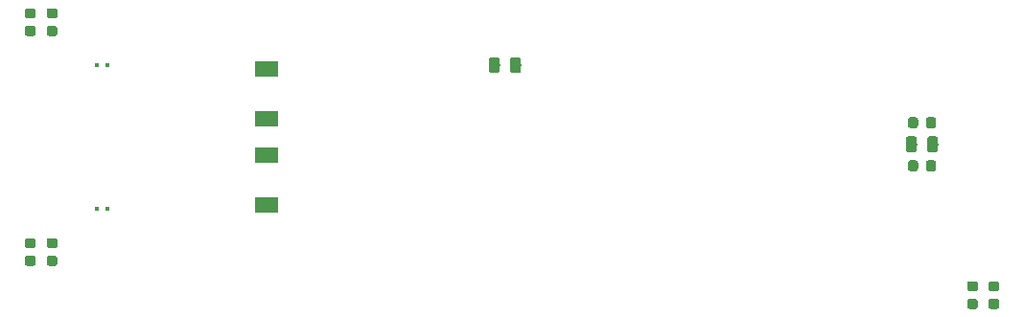
<source format=gbr>
G04 #@! TF.GenerationSoftware,KiCad,Pcbnew,5.0.2-bee76a0~70~ubuntu18.04.1*
G04 #@! TF.CreationDate,2019-06-19T23:07:38-07:00*
G04 #@! TF.ProjectId,aa-power,61612d70-6f77-4657-922e-6b696361645f,rev?*
G04 #@! TF.SameCoordinates,Original*
G04 #@! TF.FileFunction,Paste,Top*
G04 #@! TF.FilePolarity,Positive*
%FSLAX46Y46*%
G04 Gerber Fmt 4.6, Leading zero omitted, Abs format (unit mm)*
G04 Created by KiCad (PCBNEW 5.0.2-bee76a0~70~ubuntu18.04.1) date Wed 19 Jun 2019 11:07:38 PM PDT*
%MOMM*%
%LPD*%
G01*
G04 APERTURE LIST*
%ADD10C,0.100000*%
%ADD11C,0.975000*%
%ADD12C,0.875000*%
%ADD13R,2.100000X1.400000*%
%ADD14R,0.300000X0.400000*%
G04 APERTURE END LIST*
D10*
G04 #@! TO.C,C4*
G36*
X186625142Y-100266174D02*
X186648803Y-100269684D01*
X186672007Y-100275496D01*
X186694529Y-100283554D01*
X186716153Y-100293782D01*
X186736670Y-100306079D01*
X186755883Y-100320329D01*
X186773607Y-100336393D01*
X186789671Y-100354117D01*
X186803921Y-100373330D01*
X186816218Y-100393847D01*
X186826446Y-100415471D01*
X186834504Y-100437993D01*
X186840316Y-100461197D01*
X186843826Y-100484858D01*
X186845000Y-100508750D01*
X186845000Y-101421250D01*
X186843826Y-101445142D01*
X186840316Y-101468803D01*
X186834504Y-101492007D01*
X186826446Y-101514529D01*
X186816218Y-101536153D01*
X186803921Y-101556670D01*
X186789671Y-101575883D01*
X186773607Y-101593607D01*
X186755883Y-101609671D01*
X186736670Y-101623921D01*
X186716153Y-101636218D01*
X186694529Y-101646446D01*
X186672007Y-101654504D01*
X186648803Y-101660316D01*
X186625142Y-101663826D01*
X186601250Y-101665000D01*
X186113750Y-101665000D01*
X186089858Y-101663826D01*
X186066197Y-101660316D01*
X186042993Y-101654504D01*
X186020471Y-101646446D01*
X185998847Y-101636218D01*
X185978330Y-101623921D01*
X185959117Y-101609671D01*
X185941393Y-101593607D01*
X185925329Y-101575883D01*
X185911079Y-101556670D01*
X185898782Y-101536153D01*
X185888554Y-101514529D01*
X185880496Y-101492007D01*
X185874684Y-101468803D01*
X185871174Y-101445142D01*
X185870000Y-101421250D01*
X185870000Y-100508750D01*
X185871174Y-100484858D01*
X185874684Y-100461197D01*
X185880496Y-100437993D01*
X185888554Y-100415471D01*
X185898782Y-100393847D01*
X185911079Y-100373330D01*
X185925329Y-100354117D01*
X185941393Y-100336393D01*
X185959117Y-100320329D01*
X185978330Y-100306079D01*
X185998847Y-100293782D01*
X186020471Y-100283554D01*
X186042993Y-100275496D01*
X186066197Y-100269684D01*
X186089858Y-100266174D01*
X186113750Y-100265000D01*
X186601250Y-100265000D01*
X186625142Y-100266174D01*
X186625142Y-100266174D01*
G37*
D11*
X186357500Y-100965000D03*
D10*
G36*
X184750142Y-100266174D02*
X184773803Y-100269684D01*
X184797007Y-100275496D01*
X184819529Y-100283554D01*
X184841153Y-100293782D01*
X184861670Y-100306079D01*
X184880883Y-100320329D01*
X184898607Y-100336393D01*
X184914671Y-100354117D01*
X184928921Y-100373330D01*
X184941218Y-100393847D01*
X184951446Y-100415471D01*
X184959504Y-100437993D01*
X184965316Y-100461197D01*
X184968826Y-100484858D01*
X184970000Y-100508750D01*
X184970000Y-101421250D01*
X184968826Y-101445142D01*
X184965316Y-101468803D01*
X184959504Y-101492007D01*
X184951446Y-101514529D01*
X184941218Y-101536153D01*
X184928921Y-101556670D01*
X184914671Y-101575883D01*
X184898607Y-101593607D01*
X184880883Y-101609671D01*
X184861670Y-101623921D01*
X184841153Y-101636218D01*
X184819529Y-101646446D01*
X184797007Y-101654504D01*
X184773803Y-101660316D01*
X184750142Y-101663826D01*
X184726250Y-101665000D01*
X184238750Y-101665000D01*
X184214858Y-101663826D01*
X184191197Y-101660316D01*
X184167993Y-101654504D01*
X184145471Y-101646446D01*
X184123847Y-101636218D01*
X184103330Y-101623921D01*
X184084117Y-101609671D01*
X184066393Y-101593607D01*
X184050329Y-101575883D01*
X184036079Y-101556670D01*
X184023782Y-101536153D01*
X184013554Y-101514529D01*
X184005496Y-101492007D01*
X183999684Y-101468803D01*
X183996174Y-101445142D01*
X183995000Y-101421250D01*
X183995000Y-100508750D01*
X183996174Y-100484858D01*
X183999684Y-100461197D01*
X184005496Y-100437993D01*
X184013554Y-100415471D01*
X184023782Y-100393847D01*
X184036079Y-100373330D01*
X184050329Y-100354117D01*
X184066393Y-100336393D01*
X184084117Y-100320329D01*
X184103330Y-100306079D01*
X184123847Y-100293782D01*
X184145471Y-100283554D01*
X184167993Y-100275496D01*
X184191197Y-100269684D01*
X184214858Y-100266174D01*
X184238750Y-100265000D01*
X184726250Y-100265000D01*
X184750142Y-100266174D01*
X184750142Y-100266174D01*
G37*
D11*
X184482500Y-100965000D03*
G04 #@! TD*
D10*
G04 #@! TO.C,C3*
G36*
X149795142Y-93281174D02*
X149818803Y-93284684D01*
X149842007Y-93290496D01*
X149864529Y-93298554D01*
X149886153Y-93308782D01*
X149906670Y-93321079D01*
X149925883Y-93335329D01*
X149943607Y-93351393D01*
X149959671Y-93369117D01*
X149973921Y-93388330D01*
X149986218Y-93408847D01*
X149996446Y-93430471D01*
X150004504Y-93452993D01*
X150010316Y-93476197D01*
X150013826Y-93499858D01*
X150015000Y-93523750D01*
X150015000Y-94436250D01*
X150013826Y-94460142D01*
X150010316Y-94483803D01*
X150004504Y-94507007D01*
X149996446Y-94529529D01*
X149986218Y-94551153D01*
X149973921Y-94571670D01*
X149959671Y-94590883D01*
X149943607Y-94608607D01*
X149925883Y-94624671D01*
X149906670Y-94638921D01*
X149886153Y-94651218D01*
X149864529Y-94661446D01*
X149842007Y-94669504D01*
X149818803Y-94675316D01*
X149795142Y-94678826D01*
X149771250Y-94680000D01*
X149283750Y-94680000D01*
X149259858Y-94678826D01*
X149236197Y-94675316D01*
X149212993Y-94669504D01*
X149190471Y-94661446D01*
X149168847Y-94651218D01*
X149148330Y-94638921D01*
X149129117Y-94624671D01*
X149111393Y-94608607D01*
X149095329Y-94590883D01*
X149081079Y-94571670D01*
X149068782Y-94551153D01*
X149058554Y-94529529D01*
X149050496Y-94507007D01*
X149044684Y-94483803D01*
X149041174Y-94460142D01*
X149040000Y-94436250D01*
X149040000Y-93523750D01*
X149041174Y-93499858D01*
X149044684Y-93476197D01*
X149050496Y-93452993D01*
X149058554Y-93430471D01*
X149068782Y-93408847D01*
X149081079Y-93388330D01*
X149095329Y-93369117D01*
X149111393Y-93351393D01*
X149129117Y-93335329D01*
X149148330Y-93321079D01*
X149168847Y-93308782D01*
X149190471Y-93298554D01*
X149212993Y-93290496D01*
X149236197Y-93284684D01*
X149259858Y-93281174D01*
X149283750Y-93280000D01*
X149771250Y-93280000D01*
X149795142Y-93281174D01*
X149795142Y-93281174D01*
G37*
D11*
X149527500Y-93980000D03*
D10*
G36*
X147920142Y-93281174D02*
X147943803Y-93284684D01*
X147967007Y-93290496D01*
X147989529Y-93298554D01*
X148011153Y-93308782D01*
X148031670Y-93321079D01*
X148050883Y-93335329D01*
X148068607Y-93351393D01*
X148084671Y-93369117D01*
X148098921Y-93388330D01*
X148111218Y-93408847D01*
X148121446Y-93430471D01*
X148129504Y-93452993D01*
X148135316Y-93476197D01*
X148138826Y-93499858D01*
X148140000Y-93523750D01*
X148140000Y-94436250D01*
X148138826Y-94460142D01*
X148135316Y-94483803D01*
X148129504Y-94507007D01*
X148121446Y-94529529D01*
X148111218Y-94551153D01*
X148098921Y-94571670D01*
X148084671Y-94590883D01*
X148068607Y-94608607D01*
X148050883Y-94624671D01*
X148031670Y-94638921D01*
X148011153Y-94651218D01*
X147989529Y-94661446D01*
X147967007Y-94669504D01*
X147943803Y-94675316D01*
X147920142Y-94678826D01*
X147896250Y-94680000D01*
X147408750Y-94680000D01*
X147384858Y-94678826D01*
X147361197Y-94675316D01*
X147337993Y-94669504D01*
X147315471Y-94661446D01*
X147293847Y-94651218D01*
X147273330Y-94638921D01*
X147254117Y-94624671D01*
X147236393Y-94608607D01*
X147220329Y-94590883D01*
X147206079Y-94571670D01*
X147193782Y-94551153D01*
X147183554Y-94529529D01*
X147175496Y-94507007D01*
X147169684Y-94483803D01*
X147166174Y-94460142D01*
X147165000Y-94436250D01*
X147165000Y-93523750D01*
X147166174Y-93499858D01*
X147169684Y-93476197D01*
X147175496Y-93452993D01*
X147183554Y-93430471D01*
X147193782Y-93408847D01*
X147206079Y-93388330D01*
X147220329Y-93369117D01*
X147236393Y-93351393D01*
X147254117Y-93335329D01*
X147273330Y-93321079D01*
X147293847Y-93308782D01*
X147315471Y-93298554D01*
X147337993Y-93290496D01*
X147361197Y-93284684D01*
X147384858Y-93281174D01*
X147408750Y-93280000D01*
X147896250Y-93280000D01*
X147920142Y-93281174D01*
X147920142Y-93281174D01*
G37*
D11*
X147652500Y-93980000D03*
G04 #@! TD*
D10*
G04 #@! TO.C,D3*
G36*
X106957691Y-88946053D02*
X106978926Y-88949203D01*
X106999750Y-88954419D01*
X107019962Y-88961651D01*
X107039368Y-88970830D01*
X107057781Y-88981866D01*
X107075024Y-88994654D01*
X107090930Y-89009070D01*
X107105346Y-89024976D01*
X107118134Y-89042219D01*
X107129170Y-89060632D01*
X107138349Y-89080038D01*
X107145581Y-89100250D01*
X107150797Y-89121074D01*
X107153947Y-89142309D01*
X107155000Y-89163750D01*
X107155000Y-89601250D01*
X107153947Y-89622691D01*
X107150797Y-89643926D01*
X107145581Y-89664750D01*
X107138349Y-89684962D01*
X107129170Y-89704368D01*
X107118134Y-89722781D01*
X107105346Y-89740024D01*
X107090930Y-89755930D01*
X107075024Y-89770346D01*
X107057781Y-89783134D01*
X107039368Y-89794170D01*
X107019962Y-89803349D01*
X106999750Y-89810581D01*
X106978926Y-89815797D01*
X106957691Y-89818947D01*
X106936250Y-89820000D01*
X106423750Y-89820000D01*
X106402309Y-89818947D01*
X106381074Y-89815797D01*
X106360250Y-89810581D01*
X106340038Y-89803349D01*
X106320632Y-89794170D01*
X106302219Y-89783134D01*
X106284976Y-89770346D01*
X106269070Y-89755930D01*
X106254654Y-89740024D01*
X106241866Y-89722781D01*
X106230830Y-89704368D01*
X106221651Y-89684962D01*
X106214419Y-89664750D01*
X106209203Y-89643926D01*
X106206053Y-89622691D01*
X106205000Y-89601250D01*
X106205000Y-89163750D01*
X106206053Y-89142309D01*
X106209203Y-89121074D01*
X106214419Y-89100250D01*
X106221651Y-89080038D01*
X106230830Y-89060632D01*
X106241866Y-89042219D01*
X106254654Y-89024976D01*
X106269070Y-89009070D01*
X106284976Y-88994654D01*
X106302219Y-88981866D01*
X106320632Y-88970830D01*
X106340038Y-88961651D01*
X106360250Y-88954419D01*
X106381074Y-88949203D01*
X106402309Y-88946053D01*
X106423750Y-88945000D01*
X106936250Y-88945000D01*
X106957691Y-88946053D01*
X106957691Y-88946053D01*
G37*
D12*
X106680000Y-89382500D03*
D10*
G36*
X106957691Y-90521053D02*
X106978926Y-90524203D01*
X106999750Y-90529419D01*
X107019962Y-90536651D01*
X107039368Y-90545830D01*
X107057781Y-90556866D01*
X107075024Y-90569654D01*
X107090930Y-90584070D01*
X107105346Y-90599976D01*
X107118134Y-90617219D01*
X107129170Y-90635632D01*
X107138349Y-90655038D01*
X107145581Y-90675250D01*
X107150797Y-90696074D01*
X107153947Y-90717309D01*
X107155000Y-90738750D01*
X107155000Y-91176250D01*
X107153947Y-91197691D01*
X107150797Y-91218926D01*
X107145581Y-91239750D01*
X107138349Y-91259962D01*
X107129170Y-91279368D01*
X107118134Y-91297781D01*
X107105346Y-91315024D01*
X107090930Y-91330930D01*
X107075024Y-91345346D01*
X107057781Y-91358134D01*
X107039368Y-91369170D01*
X107019962Y-91378349D01*
X106999750Y-91385581D01*
X106978926Y-91390797D01*
X106957691Y-91393947D01*
X106936250Y-91395000D01*
X106423750Y-91395000D01*
X106402309Y-91393947D01*
X106381074Y-91390797D01*
X106360250Y-91385581D01*
X106340038Y-91378349D01*
X106320632Y-91369170D01*
X106302219Y-91358134D01*
X106284976Y-91345346D01*
X106269070Y-91330930D01*
X106254654Y-91315024D01*
X106241866Y-91297781D01*
X106230830Y-91279368D01*
X106221651Y-91259962D01*
X106214419Y-91239750D01*
X106209203Y-91218926D01*
X106206053Y-91197691D01*
X106205000Y-91176250D01*
X106205000Y-90738750D01*
X106206053Y-90717309D01*
X106209203Y-90696074D01*
X106214419Y-90675250D01*
X106221651Y-90655038D01*
X106230830Y-90635632D01*
X106241866Y-90617219D01*
X106254654Y-90599976D01*
X106269070Y-90584070D01*
X106284976Y-90569654D01*
X106302219Y-90556866D01*
X106320632Y-90545830D01*
X106340038Y-90536651D01*
X106360250Y-90529419D01*
X106381074Y-90524203D01*
X106402309Y-90521053D01*
X106423750Y-90520000D01*
X106936250Y-90520000D01*
X106957691Y-90521053D01*
X106957691Y-90521053D01*
G37*
D12*
X106680000Y-90957500D03*
G04 #@! TD*
D10*
G04 #@! TO.C,D4*
G36*
X106957691Y-109266053D02*
X106978926Y-109269203D01*
X106999750Y-109274419D01*
X107019962Y-109281651D01*
X107039368Y-109290830D01*
X107057781Y-109301866D01*
X107075024Y-109314654D01*
X107090930Y-109329070D01*
X107105346Y-109344976D01*
X107118134Y-109362219D01*
X107129170Y-109380632D01*
X107138349Y-109400038D01*
X107145581Y-109420250D01*
X107150797Y-109441074D01*
X107153947Y-109462309D01*
X107155000Y-109483750D01*
X107155000Y-109921250D01*
X107153947Y-109942691D01*
X107150797Y-109963926D01*
X107145581Y-109984750D01*
X107138349Y-110004962D01*
X107129170Y-110024368D01*
X107118134Y-110042781D01*
X107105346Y-110060024D01*
X107090930Y-110075930D01*
X107075024Y-110090346D01*
X107057781Y-110103134D01*
X107039368Y-110114170D01*
X107019962Y-110123349D01*
X106999750Y-110130581D01*
X106978926Y-110135797D01*
X106957691Y-110138947D01*
X106936250Y-110140000D01*
X106423750Y-110140000D01*
X106402309Y-110138947D01*
X106381074Y-110135797D01*
X106360250Y-110130581D01*
X106340038Y-110123349D01*
X106320632Y-110114170D01*
X106302219Y-110103134D01*
X106284976Y-110090346D01*
X106269070Y-110075930D01*
X106254654Y-110060024D01*
X106241866Y-110042781D01*
X106230830Y-110024368D01*
X106221651Y-110004962D01*
X106214419Y-109984750D01*
X106209203Y-109963926D01*
X106206053Y-109942691D01*
X106205000Y-109921250D01*
X106205000Y-109483750D01*
X106206053Y-109462309D01*
X106209203Y-109441074D01*
X106214419Y-109420250D01*
X106221651Y-109400038D01*
X106230830Y-109380632D01*
X106241866Y-109362219D01*
X106254654Y-109344976D01*
X106269070Y-109329070D01*
X106284976Y-109314654D01*
X106302219Y-109301866D01*
X106320632Y-109290830D01*
X106340038Y-109281651D01*
X106360250Y-109274419D01*
X106381074Y-109269203D01*
X106402309Y-109266053D01*
X106423750Y-109265000D01*
X106936250Y-109265000D01*
X106957691Y-109266053D01*
X106957691Y-109266053D01*
G37*
D12*
X106680000Y-109702500D03*
D10*
G36*
X106957691Y-110841053D02*
X106978926Y-110844203D01*
X106999750Y-110849419D01*
X107019962Y-110856651D01*
X107039368Y-110865830D01*
X107057781Y-110876866D01*
X107075024Y-110889654D01*
X107090930Y-110904070D01*
X107105346Y-110919976D01*
X107118134Y-110937219D01*
X107129170Y-110955632D01*
X107138349Y-110975038D01*
X107145581Y-110995250D01*
X107150797Y-111016074D01*
X107153947Y-111037309D01*
X107155000Y-111058750D01*
X107155000Y-111496250D01*
X107153947Y-111517691D01*
X107150797Y-111538926D01*
X107145581Y-111559750D01*
X107138349Y-111579962D01*
X107129170Y-111599368D01*
X107118134Y-111617781D01*
X107105346Y-111635024D01*
X107090930Y-111650930D01*
X107075024Y-111665346D01*
X107057781Y-111678134D01*
X107039368Y-111689170D01*
X107019962Y-111698349D01*
X106999750Y-111705581D01*
X106978926Y-111710797D01*
X106957691Y-111713947D01*
X106936250Y-111715000D01*
X106423750Y-111715000D01*
X106402309Y-111713947D01*
X106381074Y-111710797D01*
X106360250Y-111705581D01*
X106340038Y-111698349D01*
X106320632Y-111689170D01*
X106302219Y-111678134D01*
X106284976Y-111665346D01*
X106269070Y-111650930D01*
X106254654Y-111635024D01*
X106241866Y-111617781D01*
X106230830Y-111599368D01*
X106221651Y-111579962D01*
X106214419Y-111559750D01*
X106209203Y-111538926D01*
X106206053Y-111517691D01*
X106205000Y-111496250D01*
X106205000Y-111058750D01*
X106206053Y-111037309D01*
X106209203Y-111016074D01*
X106214419Y-110995250D01*
X106221651Y-110975038D01*
X106230830Y-110955632D01*
X106241866Y-110937219D01*
X106254654Y-110919976D01*
X106269070Y-110904070D01*
X106284976Y-110889654D01*
X106302219Y-110876866D01*
X106320632Y-110865830D01*
X106340038Y-110856651D01*
X106360250Y-110849419D01*
X106381074Y-110844203D01*
X106402309Y-110841053D01*
X106423750Y-110840000D01*
X106936250Y-110840000D01*
X106957691Y-110841053D01*
X106957691Y-110841053D01*
G37*
D12*
X106680000Y-111277500D03*
G04 #@! TD*
D10*
G04 #@! TO.C,D7*
G36*
X192047691Y-113076053D02*
X192068926Y-113079203D01*
X192089750Y-113084419D01*
X192109962Y-113091651D01*
X192129368Y-113100830D01*
X192147781Y-113111866D01*
X192165024Y-113124654D01*
X192180930Y-113139070D01*
X192195346Y-113154976D01*
X192208134Y-113172219D01*
X192219170Y-113190632D01*
X192228349Y-113210038D01*
X192235581Y-113230250D01*
X192240797Y-113251074D01*
X192243947Y-113272309D01*
X192245000Y-113293750D01*
X192245000Y-113731250D01*
X192243947Y-113752691D01*
X192240797Y-113773926D01*
X192235581Y-113794750D01*
X192228349Y-113814962D01*
X192219170Y-113834368D01*
X192208134Y-113852781D01*
X192195346Y-113870024D01*
X192180930Y-113885930D01*
X192165024Y-113900346D01*
X192147781Y-113913134D01*
X192129368Y-113924170D01*
X192109962Y-113933349D01*
X192089750Y-113940581D01*
X192068926Y-113945797D01*
X192047691Y-113948947D01*
X192026250Y-113950000D01*
X191513750Y-113950000D01*
X191492309Y-113948947D01*
X191471074Y-113945797D01*
X191450250Y-113940581D01*
X191430038Y-113933349D01*
X191410632Y-113924170D01*
X191392219Y-113913134D01*
X191374976Y-113900346D01*
X191359070Y-113885930D01*
X191344654Y-113870024D01*
X191331866Y-113852781D01*
X191320830Y-113834368D01*
X191311651Y-113814962D01*
X191304419Y-113794750D01*
X191299203Y-113773926D01*
X191296053Y-113752691D01*
X191295000Y-113731250D01*
X191295000Y-113293750D01*
X191296053Y-113272309D01*
X191299203Y-113251074D01*
X191304419Y-113230250D01*
X191311651Y-113210038D01*
X191320830Y-113190632D01*
X191331866Y-113172219D01*
X191344654Y-113154976D01*
X191359070Y-113139070D01*
X191374976Y-113124654D01*
X191392219Y-113111866D01*
X191410632Y-113100830D01*
X191430038Y-113091651D01*
X191450250Y-113084419D01*
X191471074Y-113079203D01*
X191492309Y-113076053D01*
X191513750Y-113075000D01*
X192026250Y-113075000D01*
X192047691Y-113076053D01*
X192047691Y-113076053D01*
G37*
D12*
X191770000Y-113512500D03*
D10*
G36*
X192047691Y-114651053D02*
X192068926Y-114654203D01*
X192089750Y-114659419D01*
X192109962Y-114666651D01*
X192129368Y-114675830D01*
X192147781Y-114686866D01*
X192165024Y-114699654D01*
X192180930Y-114714070D01*
X192195346Y-114729976D01*
X192208134Y-114747219D01*
X192219170Y-114765632D01*
X192228349Y-114785038D01*
X192235581Y-114805250D01*
X192240797Y-114826074D01*
X192243947Y-114847309D01*
X192245000Y-114868750D01*
X192245000Y-115306250D01*
X192243947Y-115327691D01*
X192240797Y-115348926D01*
X192235581Y-115369750D01*
X192228349Y-115389962D01*
X192219170Y-115409368D01*
X192208134Y-115427781D01*
X192195346Y-115445024D01*
X192180930Y-115460930D01*
X192165024Y-115475346D01*
X192147781Y-115488134D01*
X192129368Y-115499170D01*
X192109962Y-115508349D01*
X192089750Y-115515581D01*
X192068926Y-115520797D01*
X192047691Y-115523947D01*
X192026250Y-115525000D01*
X191513750Y-115525000D01*
X191492309Y-115523947D01*
X191471074Y-115520797D01*
X191450250Y-115515581D01*
X191430038Y-115508349D01*
X191410632Y-115499170D01*
X191392219Y-115488134D01*
X191374976Y-115475346D01*
X191359070Y-115460930D01*
X191344654Y-115445024D01*
X191331866Y-115427781D01*
X191320830Y-115409368D01*
X191311651Y-115389962D01*
X191304419Y-115369750D01*
X191299203Y-115348926D01*
X191296053Y-115327691D01*
X191295000Y-115306250D01*
X191295000Y-114868750D01*
X191296053Y-114847309D01*
X191299203Y-114826074D01*
X191304419Y-114805250D01*
X191311651Y-114785038D01*
X191320830Y-114765632D01*
X191331866Y-114747219D01*
X191344654Y-114729976D01*
X191359070Y-114714070D01*
X191374976Y-114699654D01*
X191392219Y-114686866D01*
X191410632Y-114675830D01*
X191430038Y-114666651D01*
X191450250Y-114659419D01*
X191471074Y-114654203D01*
X191492309Y-114651053D01*
X191513750Y-114650000D01*
X192026250Y-114650000D01*
X192047691Y-114651053D01*
X192047691Y-114651053D01*
G37*
D12*
X191770000Y-115087500D03*
G04 #@! TD*
D10*
G04 #@! TO.C,R5*
G36*
X186447691Y-102396053D02*
X186468926Y-102399203D01*
X186489750Y-102404419D01*
X186509962Y-102411651D01*
X186529368Y-102420830D01*
X186547781Y-102431866D01*
X186565024Y-102444654D01*
X186580930Y-102459070D01*
X186595346Y-102474976D01*
X186608134Y-102492219D01*
X186619170Y-102510632D01*
X186628349Y-102530038D01*
X186635581Y-102550250D01*
X186640797Y-102571074D01*
X186643947Y-102592309D01*
X186645000Y-102613750D01*
X186645000Y-103126250D01*
X186643947Y-103147691D01*
X186640797Y-103168926D01*
X186635581Y-103189750D01*
X186628349Y-103209962D01*
X186619170Y-103229368D01*
X186608134Y-103247781D01*
X186595346Y-103265024D01*
X186580930Y-103280930D01*
X186565024Y-103295346D01*
X186547781Y-103308134D01*
X186529368Y-103319170D01*
X186509962Y-103328349D01*
X186489750Y-103335581D01*
X186468926Y-103340797D01*
X186447691Y-103343947D01*
X186426250Y-103345000D01*
X185988750Y-103345000D01*
X185967309Y-103343947D01*
X185946074Y-103340797D01*
X185925250Y-103335581D01*
X185905038Y-103328349D01*
X185885632Y-103319170D01*
X185867219Y-103308134D01*
X185849976Y-103295346D01*
X185834070Y-103280930D01*
X185819654Y-103265024D01*
X185806866Y-103247781D01*
X185795830Y-103229368D01*
X185786651Y-103209962D01*
X185779419Y-103189750D01*
X185774203Y-103168926D01*
X185771053Y-103147691D01*
X185770000Y-103126250D01*
X185770000Y-102613750D01*
X185771053Y-102592309D01*
X185774203Y-102571074D01*
X185779419Y-102550250D01*
X185786651Y-102530038D01*
X185795830Y-102510632D01*
X185806866Y-102492219D01*
X185819654Y-102474976D01*
X185834070Y-102459070D01*
X185849976Y-102444654D01*
X185867219Y-102431866D01*
X185885632Y-102420830D01*
X185905038Y-102411651D01*
X185925250Y-102404419D01*
X185946074Y-102399203D01*
X185967309Y-102396053D01*
X185988750Y-102395000D01*
X186426250Y-102395000D01*
X186447691Y-102396053D01*
X186447691Y-102396053D01*
G37*
D12*
X186207500Y-102870000D03*
D10*
G36*
X184872691Y-102396053D02*
X184893926Y-102399203D01*
X184914750Y-102404419D01*
X184934962Y-102411651D01*
X184954368Y-102420830D01*
X184972781Y-102431866D01*
X184990024Y-102444654D01*
X185005930Y-102459070D01*
X185020346Y-102474976D01*
X185033134Y-102492219D01*
X185044170Y-102510632D01*
X185053349Y-102530038D01*
X185060581Y-102550250D01*
X185065797Y-102571074D01*
X185068947Y-102592309D01*
X185070000Y-102613750D01*
X185070000Y-103126250D01*
X185068947Y-103147691D01*
X185065797Y-103168926D01*
X185060581Y-103189750D01*
X185053349Y-103209962D01*
X185044170Y-103229368D01*
X185033134Y-103247781D01*
X185020346Y-103265024D01*
X185005930Y-103280930D01*
X184990024Y-103295346D01*
X184972781Y-103308134D01*
X184954368Y-103319170D01*
X184934962Y-103328349D01*
X184914750Y-103335581D01*
X184893926Y-103340797D01*
X184872691Y-103343947D01*
X184851250Y-103345000D01*
X184413750Y-103345000D01*
X184392309Y-103343947D01*
X184371074Y-103340797D01*
X184350250Y-103335581D01*
X184330038Y-103328349D01*
X184310632Y-103319170D01*
X184292219Y-103308134D01*
X184274976Y-103295346D01*
X184259070Y-103280930D01*
X184244654Y-103265024D01*
X184231866Y-103247781D01*
X184220830Y-103229368D01*
X184211651Y-103209962D01*
X184204419Y-103189750D01*
X184199203Y-103168926D01*
X184196053Y-103147691D01*
X184195000Y-103126250D01*
X184195000Y-102613750D01*
X184196053Y-102592309D01*
X184199203Y-102571074D01*
X184204419Y-102550250D01*
X184211651Y-102530038D01*
X184220830Y-102510632D01*
X184231866Y-102492219D01*
X184244654Y-102474976D01*
X184259070Y-102459070D01*
X184274976Y-102444654D01*
X184292219Y-102431866D01*
X184310632Y-102420830D01*
X184330038Y-102411651D01*
X184350250Y-102404419D01*
X184371074Y-102399203D01*
X184392309Y-102396053D01*
X184413750Y-102395000D01*
X184851250Y-102395000D01*
X184872691Y-102396053D01*
X184872691Y-102396053D01*
G37*
D12*
X184632500Y-102870000D03*
G04 #@! TD*
D10*
G04 #@! TO.C,R4*
G36*
X186447691Y-98586053D02*
X186468926Y-98589203D01*
X186489750Y-98594419D01*
X186509962Y-98601651D01*
X186529368Y-98610830D01*
X186547781Y-98621866D01*
X186565024Y-98634654D01*
X186580930Y-98649070D01*
X186595346Y-98664976D01*
X186608134Y-98682219D01*
X186619170Y-98700632D01*
X186628349Y-98720038D01*
X186635581Y-98740250D01*
X186640797Y-98761074D01*
X186643947Y-98782309D01*
X186645000Y-98803750D01*
X186645000Y-99316250D01*
X186643947Y-99337691D01*
X186640797Y-99358926D01*
X186635581Y-99379750D01*
X186628349Y-99399962D01*
X186619170Y-99419368D01*
X186608134Y-99437781D01*
X186595346Y-99455024D01*
X186580930Y-99470930D01*
X186565024Y-99485346D01*
X186547781Y-99498134D01*
X186529368Y-99509170D01*
X186509962Y-99518349D01*
X186489750Y-99525581D01*
X186468926Y-99530797D01*
X186447691Y-99533947D01*
X186426250Y-99535000D01*
X185988750Y-99535000D01*
X185967309Y-99533947D01*
X185946074Y-99530797D01*
X185925250Y-99525581D01*
X185905038Y-99518349D01*
X185885632Y-99509170D01*
X185867219Y-99498134D01*
X185849976Y-99485346D01*
X185834070Y-99470930D01*
X185819654Y-99455024D01*
X185806866Y-99437781D01*
X185795830Y-99419368D01*
X185786651Y-99399962D01*
X185779419Y-99379750D01*
X185774203Y-99358926D01*
X185771053Y-99337691D01*
X185770000Y-99316250D01*
X185770000Y-98803750D01*
X185771053Y-98782309D01*
X185774203Y-98761074D01*
X185779419Y-98740250D01*
X185786651Y-98720038D01*
X185795830Y-98700632D01*
X185806866Y-98682219D01*
X185819654Y-98664976D01*
X185834070Y-98649070D01*
X185849976Y-98634654D01*
X185867219Y-98621866D01*
X185885632Y-98610830D01*
X185905038Y-98601651D01*
X185925250Y-98594419D01*
X185946074Y-98589203D01*
X185967309Y-98586053D01*
X185988750Y-98585000D01*
X186426250Y-98585000D01*
X186447691Y-98586053D01*
X186447691Y-98586053D01*
G37*
D12*
X186207500Y-99060000D03*
D10*
G36*
X184872691Y-98586053D02*
X184893926Y-98589203D01*
X184914750Y-98594419D01*
X184934962Y-98601651D01*
X184954368Y-98610830D01*
X184972781Y-98621866D01*
X184990024Y-98634654D01*
X185005930Y-98649070D01*
X185020346Y-98664976D01*
X185033134Y-98682219D01*
X185044170Y-98700632D01*
X185053349Y-98720038D01*
X185060581Y-98740250D01*
X185065797Y-98761074D01*
X185068947Y-98782309D01*
X185070000Y-98803750D01*
X185070000Y-99316250D01*
X185068947Y-99337691D01*
X185065797Y-99358926D01*
X185060581Y-99379750D01*
X185053349Y-99399962D01*
X185044170Y-99419368D01*
X185033134Y-99437781D01*
X185020346Y-99455024D01*
X185005930Y-99470930D01*
X184990024Y-99485346D01*
X184972781Y-99498134D01*
X184954368Y-99509170D01*
X184934962Y-99518349D01*
X184914750Y-99525581D01*
X184893926Y-99530797D01*
X184872691Y-99533947D01*
X184851250Y-99535000D01*
X184413750Y-99535000D01*
X184392309Y-99533947D01*
X184371074Y-99530797D01*
X184350250Y-99525581D01*
X184330038Y-99518349D01*
X184310632Y-99509170D01*
X184292219Y-99498134D01*
X184274976Y-99485346D01*
X184259070Y-99470930D01*
X184244654Y-99455024D01*
X184231866Y-99437781D01*
X184220830Y-99419368D01*
X184211651Y-99399962D01*
X184204419Y-99379750D01*
X184199203Y-99358926D01*
X184196053Y-99337691D01*
X184195000Y-99316250D01*
X184195000Y-98803750D01*
X184196053Y-98782309D01*
X184199203Y-98761074D01*
X184204419Y-98740250D01*
X184211651Y-98720038D01*
X184220830Y-98700632D01*
X184231866Y-98682219D01*
X184244654Y-98664976D01*
X184259070Y-98649070D01*
X184274976Y-98634654D01*
X184292219Y-98621866D01*
X184310632Y-98610830D01*
X184330038Y-98601651D01*
X184350250Y-98594419D01*
X184371074Y-98589203D01*
X184392309Y-98586053D01*
X184413750Y-98585000D01*
X184851250Y-98585000D01*
X184872691Y-98586053D01*
X184872691Y-98586053D01*
G37*
D12*
X184632500Y-99060000D03*
G04 #@! TD*
D10*
G04 #@! TO.C,R2*
G36*
X108862691Y-109266053D02*
X108883926Y-109269203D01*
X108904750Y-109274419D01*
X108924962Y-109281651D01*
X108944368Y-109290830D01*
X108962781Y-109301866D01*
X108980024Y-109314654D01*
X108995930Y-109329070D01*
X109010346Y-109344976D01*
X109023134Y-109362219D01*
X109034170Y-109380632D01*
X109043349Y-109400038D01*
X109050581Y-109420250D01*
X109055797Y-109441074D01*
X109058947Y-109462309D01*
X109060000Y-109483750D01*
X109060000Y-109921250D01*
X109058947Y-109942691D01*
X109055797Y-109963926D01*
X109050581Y-109984750D01*
X109043349Y-110004962D01*
X109034170Y-110024368D01*
X109023134Y-110042781D01*
X109010346Y-110060024D01*
X108995930Y-110075930D01*
X108980024Y-110090346D01*
X108962781Y-110103134D01*
X108944368Y-110114170D01*
X108924962Y-110123349D01*
X108904750Y-110130581D01*
X108883926Y-110135797D01*
X108862691Y-110138947D01*
X108841250Y-110140000D01*
X108328750Y-110140000D01*
X108307309Y-110138947D01*
X108286074Y-110135797D01*
X108265250Y-110130581D01*
X108245038Y-110123349D01*
X108225632Y-110114170D01*
X108207219Y-110103134D01*
X108189976Y-110090346D01*
X108174070Y-110075930D01*
X108159654Y-110060024D01*
X108146866Y-110042781D01*
X108135830Y-110024368D01*
X108126651Y-110004962D01*
X108119419Y-109984750D01*
X108114203Y-109963926D01*
X108111053Y-109942691D01*
X108110000Y-109921250D01*
X108110000Y-109483750D01*
X108111053Y-109462309D01*
X108114203Y-109441074D01*
X108119419Y-109420250D01*
X108126651Y-109400038D01*
X108135830Y-109380632D01*
X108146866Y-109362219D01*
X108159654Y-109344976D01*
X108174070Y-109329070D01*
X108189976Y-109314654D01*
X108207219Y-109301866D01*
X108225632Y-109290830D01*
X108245038Y-109281651D01*
X108265250Y-109274419D01*
X108286074Y-109269203D01*
X108307309Y-109266053D01*
X108328750Y-109265000D01*
X108841250Y-109265000D01*
X108862691Y-109266053D01*
X108862691Y-109266053D01*
G37*
D12*
X108585000Y-109702500D03*
D10*
G36*
X108862691Y-110841053D02*
X108883926Y-110844203D01*
X108904750Y-110849419D01*
X108924962Y-110856651D01*
X108944368Y-110865830D01*
X108962781Y-110876866D01*
X108980024Y-110889654D01*
X108995930Y-110904070D01*
X109010346Y-110919976D01*
X109023134Y-110937219D01*
X109034170Y-110955632D01*
X109043349Y-110975038D01*
X109050581Y-110995250D01*
X109055797Y-111016074D01*
X109058947Y-111037309D01*
X109060000Y-111058750D01*
X109060000Y-111496250D01*
X109058947Y-111517691D01*
X109055797Y-111538926D01*
X109050581Y-111559750D01*
X109043349Y-111579962D01*
X109034170Y-111599368D01*
X109023134Y-111617781D01*
X109010346Y-111635024D01*
X108995930Y-111650930D01*
X108980024Y-111665346D01*
X108962781Y-111678134D01*
X108944368Y-111689170D01*
X108924962Y-111698349D01*
X108904750Y-111705581D01*
X108883926Y-111710797D01*
X108862691Y-111713947D01*
X108841250Y-111715000D01*
X108328750Y-111715000D01*
X108307309Y-111713947D01*
X108286074Y-111710797D01*
X108265250Y-111705581D01*
X108245038Y-111698349D01*
X108225632Y-111689170D01*
X108207219Y-111678134D01*
X108189976Y-111665346D01*
X108174070Y-111650930D01*
X108159654Y-111635024D01*
X108146866Y-111617781D01*
X108135830Y-111599368D01*
X108126651Y-111579962D01*
X108119419Y-111559750D01*
X108114203Y-111538926D01*
X108111053Y-111517691D01*
X108110000Y-111496250D01*
X108110000Y-111058750D01*
X108111053Y-111037309D01*
X108114203Y-111016074D01*
X108119419Y-110995250D01*
X108126651Y-110975038D01*
X108135830Y-110955632D01*
X108146866Y-110937219D01*
X108159654Y-110919976D01*
X108174070Y-110904070D01*
X108189976Y-110889654D01*
X108207219Y-110876866D01*
X108225632Y-110865830D01*
X108245038Y-110856651D01*
X108265250Y-110849419D01*
X108286074Y-110844203D01*
X108307309Y-110841053D01*
X108328750Y-110840000D01*
X108841250Y-110840000D01*
X108862691Y-110841053D01*
X108862691Y-110841053D01*
G37*
D12*
X108585000Y-111277500D03*
G04 #@! TD*
D10*
G04 #@! TO.C,R1*
G36*
X108862691Y-88946053D02*
X108883926Y-88949203D01*
X108904750Y-88954419D01*
X108924962Y-88961651D01*
X108944368Y-88970830D01*
X108962781Y-88981866D01*
X108980024Y-88994654D01*
X108995930Y-89009070D01*
X109010346Y-89024976D01*
X109023134Y-89042219D01*
X109034170Y-89060632D01*
X109043349Y-89080038D01*
X109050581Y-89100250D01*
X109055797Y-89121074D01*
X109058947Y-89142309D01*
X109060000Y-89163750D01*
X109060000Y-89601250D01*
X109058947Y-89622691D01*
X109055797Y-89643926D01*
X109050581Y-89664750D01*
X109043349Y-89684962D01*
X109034170Y-89704368D01*
X109023134Y-89722781D01*
X109010346Y-89740024D01*
X108995930Y-89755930D01*
X108980024Y-89770346D01*
X108962781Y-89783134D01*
X108944368Y-89794170D01*
X108924962Y-89803349D01*
X108904750Y-89810581D01*
X108883926Y-89815797D01*
X108862691Y-89818947D01*
X108841250Y-89820000D01*
X108328750Y-89820000D01*
X108307309Y-89818947D01*
X108286074Y-89815797D01*
X108265250Y-89810581D01*
X108245038Y-89803349D01*
X108225632Y-89794170D01*
X108207219Y-89783134D01*
X108189976Y-89770346D01*
X108174070Y-89755930D01*
X108159654Y-89740024D01*
X108146866Y-89722781D01*
X108135830Y-89704368D01*
X108126651Y-89684962D01*
X108119419Y-89664750D01*
X108114203Y-89643926D01*
X108111053Y-89622691D01*
X108110000Y-89601250D01*
X108110000Y-89163750D01*
X108111053Y-89142309D01*
X108114203Y-89121074D01*
X108119419Y-89100250D01*
X108126651Y-89080038D01*
X108135830Y-89060632D01*
X108146866Y-89042219D01*
X108159654Y-89024976D01*
X108174070Y-89009070D01*
X108189976Y-88994654D01*
X108207219Y-88981866D01*
X108225632Y-88970830D01*
X108245038Y-88961651D01*
X108265250Y-88954419D01*
X108286074Y-88949203D01*
X108307309Y-88946053D01*
X108328750Y-88945000D01*
X108841250Y-88945000D01*
X108862691Y-88946053D01*
X108862691Y-88946053D01*
G37*
D12*
X108585000Y-89382500D03*
D10*
G36*
X108862691Y-90521053D02*
X108883926Y-90524203D01*
X108904750Y-90529419D01*
X108924962Y-90536651D01*
X108944368Y-90545830D01*
X108962781Y-90556866D01*
X108980024Y-90569654D01*
X108995930Y-90584070D01*
X109010346Y-90599976D01*
X109023134Y-90617219D01*
X109034170Y-90635632D01*
X109043349Y-90655038D01*
X109050581Y-90675250D01*
X109055797Y-90696074D01*
X109058947Y-90717309D01*
X109060000Y-90738750D01*
X109060000Y-91176250D01*
X109058947Y-91197691D01*
X109055797Y-91218926D01*
X109050581Y-91239750D01*
X109043349Y-91259962D01*
X109034170Y-91279368D01*
X109023134Y-91297781D01*
X109010346Y-91315024D01*
X108995930Y-91330930D01*
X108980024Y-91345346D01*
X108962781Y-91358134D01*
X108944368Y-91369170D01*
X108924962Y-91378349D01*
X108904750Y-91385581D01*
X108883926Y-91390797D01*
X108862691Y-91393947D01*
X108841250Y-91395000D01*
X108328750Y-91395000D01*
X108307309Y-91393947D01*
X108286074Y-91390797D01*
X108265250Y-91385581D01*
X108245038Y-91378349D01*
X108225632Y-91369170D01*
X108207219Y-91358134D01*
X108189976Y-91345346D01*
X108174070Y-91330930D01*
X108159654Y-91315024D01*
X108146866Y-91297781D01*
X108135830Y-91279368D01*
X108126651Y-91259962D01*
X108119419Y-91239750D01*
X108114203Y-91218926D01*
X108111053Y-91197691D01*
X108110000Y-91176250D01*
X108110000Y-90738750D01*
X108111053Y-90717309D01*
X108114203Y-90696074D01*
X108119419Y-90675250D01*
X108126651Y-90655038D01*
X108135830Y-90635632D01*
X108146866Y-90617219D01*
X108159654Y-90599976D01*
X108174070Y-90584070D01*
X108189976Y-90569654D01*
X108207219Y-90556866D01*
X108225632Y-90545830D01*
X108245038Y-90536651D01*
X108265250Y-90529419D01*
X108286074Y-90524203D01*
X108307309Y-90521053D01*
X108328750Y-90520000D01*
X108841250Y-90520000D01*
X108862691Y-90521053D01*
X108862691Y-90521053D01*
G37*
D12*
X108585000Y-90957500D03*
G04 #@! TD*
D10*
G04 #@! TO.C,R3*
G36*
X190142691Y-114651053D02*
X190163926Y-114654203D01*
X190184750Y-114659419D01*
X190204962Y-114666651D01*
X190224368Y-114675830D01*
X190242781Y-114686866D01*
X190260024Y-114699654D01*
X190275930Y-114714070D01*
X190290346Y-114729976D01*
X190303134Y-114747219D01*
X190314170Y-114765632D01*
X190323349Y-114785038D01*
X190330581Y-114805250D01*
X190335797Y-114826074D01*
X190338947Y-114847309D01*
X190340000Y-114868750D01*
X190340000Y-115306250D01*
X190338947Y-115327691D01*
X190335797Y-115348926D01*
X190330581Y-115369750D01*
X190323349Y-115389962D01*
X190314170Y-115409368D01*
X190303134Y-115427781D01*
X190290346Y-115445024D01*
X190275930Y-115460930D01*
X190260024Y-115475346D01*
X190242781Y-115488134D01*
X190224368Y-115499170D01*
X190204962Y-115508349D01*
X190184750Y-115515581D01*
X190163926Y-115520797D01*
X190142691Y-115523947D01*
X190121250Y-115525000D01*
X189608750Y-115525000D01*
X189587309Y-115523947D01*
X189566074Y-115520797D01*
X189545250Y-115515581D01*
X189525038Y-115508349D01*
X189505632Y-115499170D01*
X189487219Y-115488134D01*
X189469976Y-115475346D01*
X189454070Y-115460930D01*
X189439654Y-115445024D01*
X189426866Y-115427781D01*
X189415830Y-115409368D01*
X189406651Y-115389962D01*
X189399419Y-115369750D01*
X189394203Y-115348926D01*
X189391053Y-115327691D01*
X189390000Y-115306250D01*
X189390000Y-114868750D01*
X189391053Y-114847309D01*
X189394203Y-114826074D01*
X189399419Y-114805250D01*
X189406651Y-114785038D01*
X189415830Y-114765632D01*
X189426866Y-114747219D01*
X189439654Y-114729976D01*
X189454070Y-114714070D01*
X189469976Y-114699654D01*
X189487219Y-114686866D01*
X189505632Y-114675830D01*
X189525038Y-114666651D01*
X189545250Y-114659419D01*
X189566074Y-114654203D01*
X189587309Y-114651053D01*
X189608750Y-114650000D01*
X190121250Y-114650000D01*
X190142691Y-114651053D01*
X190142691Y-114651053D01*
G37*
D12*
X189865000Y-115087500D03*
D10*
G36*
X190142691Y-113076053D02*
X190163926Y-113079203D01*
X190184750Y-113084419D01*
X190204962Y-113091651D01*
X190224368Y-113100830D01*
X190242781Y-113111866D01*
X190260024Y-113124654D01*
X190275930Y-113139070D01*
X190290346Y-113154976D01*
X190303134Y-113172219D01*
X190314170Y-113190632D01*
X190323349Y-113210038D01*
X190330581Y-113230250D01*
X190335797Y-113251074D01*
X190338947Y-113272309D01*
X190340000Y-113293750D01*
X190340000Y-113731250D01*
X190338947Y-113752691D01*
X190335797Y-113773926D01*
X190330581Y-113794750D01*
X190323349Y-113814962D01*
X190314170Y-113834368D01*
X190303134Y-113852781D01*
X190290346Y-113870024D01*
X190275930Y-113885930D01*
X190260024Y-113900346D01*
X190242781Y-113913134D01*
X190224368Y-113924170D01*
X190204962Y-113933349D01*
X190184750Y-113940581D01*
X190163926Y-113945797D01*
X190142691Y-113948947D01*
X190121250Y-113950000D01*
X189608750Y-113950000D01*
X189587309Y-113948947D01*
X189566074Y-113945797D01*
X189545250Y-113940581D01*
X189525038Y-113933349D01*
X189505632Y-113924170D01*
X189487219Y-113913134D01*
X189469976Y-113900346D01*
X189454070Y-113885930D01*
X189439654Y-113870024D01*
X189426866Y-113852781D01*
X189415830Y-113834368D01*
X189406651Y-113814962D01*
X189399419Y-113794750D01*
X189394203Y-113773926D01*
X189391053Y-113752691D01*
X189390000Y-113731250D01*
X189390000Y-113293750D01*
X189391053Y-113272309D01*
X189394203Y-113251074D01*
X189399419Y-113230250D01*
X189406651Y-113210038D01*
X189415830Y-113190632D01*
X189426866Y-113172219D01*
X189439654Y-113154976D01*
X189454070Y-113139070D01*
X189469976Y-113124654D01*
X189487219Y-113111866D01*
X189505632Y-113100830D01*
X189525038Y-113091651D01*
X189545250Y-113084419D01*
X189566074Y-113079203D01*
X189587309Y-113076053D01*
X189608750Y-113075000D01*
X190121250Y-113075000D01*
X190142691Y-113076053D01*
X190142691Y-113076053D01*
G37*
D12*
X189865000Y-113512500D03*
G04 #@! TD*
D13*
G04 #@! TO.C,D5*
X127508000Y-94320000D03*
X127508000Y-98720000D03*
G04 #@! TD*
G04 #@! TO.C,D6*
X127508000Y-101940000D03*
X127508000Y-106340000D03*
G04 #@! TD*
D14*
G04 #@! TO.C,D2*
X112580000Y-106680000D03*
X113480000Y-106680000D03*
G04 #@! TD*
G04 #@! TO.C,D1*
X113480000Y-93980000D03*
X112580000Y-93980000D03*
G04 #@! TD*
M02*

</source>
